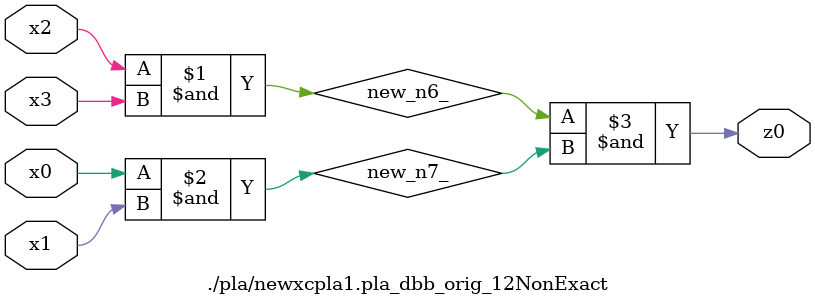
<source format=v>

module \./pla/newxcpla1.pla_dbb_orig_12NonExact  ( 
    x0, x1, x2, x3,
    z0  );
  input  x0, x1, x2, x3;
  output z0;
  wire new_n6_, new_n7_;
  assign new_n6_ = x2 & x3;
  assign new_n7_ = x0 & x1;
  assign z0 = new_n6_ & new_n7_;
endmodule



</source>
